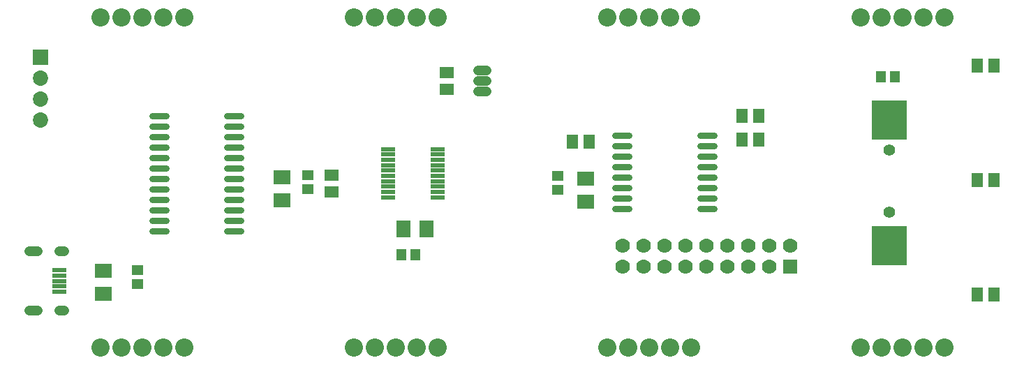
<source format=gts>
G04 Layer: TopSolderMaskLayer*
G04 EasyEDA v5.9.42, Fri, 19 Apr 2019 15:14:02 GMT*
G04 1b50a63325eb494884fe414bfed8a826*
G04 Gerber Generator version 0.2*
G04 Scale: 100 percent, Rotated: No, Reflected: No *
G04 Dimensions in inches *
G04 leading zeros omitted , absolute positions ,2 integer and 4 decimal *
%FSLAX24Y24*%
%MOIN*%
G90*
G70D02*

%ADD37C,0.031622*%
%ADD38C,0.047370*%
%ADD39R,0.073000X0.073000*%
%ADD40C,0.073000*%
%ADD41R,0.070000X0.070000*%
%ADD42C,0.070000*%
%ADD43R,0.066800X0.023748*%
%ADD44R,0.165480X0.185165*%
%ADD45C,0.055244*%
%ADD46R,0.071000X0.078900*%
%ADD47R,0.051300X0.055200*%
%ADD48R,0.078900X0.071000*%
%ADD49R,0.055200X0.051300*%
%ADD50R,0.053670X0.065870*%
%ADD51R,0.065870X0.053670*%
%ADD52R,0.070992X0.023748*%
%ADD53C,0.086740*%

%LPD*%
G54D37*
G01X10056Y6330D02*
G01X10726Y6330D01*
G01X10056Y6830D02*
G01X10726Y6830D01*
G01X10056Y7330D02*
G01X10726Y7330D01*
G01X10056Y7830D02*
G01X10726Y7830D01*
G01X10056Y8330D02*
G01X10726Y8330D01*
G01X10056Y8830D02*
G01X10726Y8830D01*
G01X10056Y9330D02*
G01X10726Y9330D01*
G01X10056Y9830D02*
G01X10726Y9830D01*
G01X10056Y10330D02*
G01X10726Y10330D01*
G01X10056Y10830D02*
G01X10726Y10830D01*
G01X10056Y11330D02*
G01X10726Y11330D01*
G01X10056Y11830D02*
G01X10726Y11830D01*
G01X6474Y6330D02*
G01X7143Y6330D01*
G01X6474Y6830D02*
G01X7143Y6830D01*
G01X6474Y7330D02*
G01X7143Y7330D01*
G01X6474Y7830D02*
G01X7143Y7830D01*
G01X6474Y8330D02*
G01X7143Y8330D01*
G01X6474Y8830D02*
G01X7143Y8830D01*
G01X6474Y9330D02*
G01X7143Y9330D01*
G01X6474Y9830D02*
G01X7143Y9830D01*
G01X6474Y10330D02*
G01X7143Y10330D01*
G01X6474Y10830D02*
G01X7143Y10830D01*
G01X6474Y11330D02*
G01X7143Y11330D01*
G01X6474Y11830D02*
G01X7143Y11830D01*
G01X32663Y7394D02*
G01X33333Y7394D01*
G01X32663Y7894D02*
G01X33333Y7894D01*
G01X32663Y8394D02*
G01X33333Y8394D01*
G01X32663Y8894D02*
G01X33333Y8894D01*
G01X32663Y9394D02*
G01X33333Y9394D01*
G01X32663Y9894D02*
G01X33333Y9894D01*
G01X32663Y10394D02*
G01X33333Y10394D01*
G01X32663Y10894D02*
G01X33333Y10894D01*
G01X28573Y7394D02*
G01X29243Y7394D01*
G01X28573Y7894D02*
G01X29243Y7894D01*
G01X28573Y8394D02*
G01X29243Y8394D01*
G01X28573Y8894D02*
G01X29243Y8894D01*
G01X28573Y9394D02*
G01X29243Y9394D01*
G01X28573Y9894D02*
G01X29243Y9894D01*
G01X28573Y10394D02*
G01X29243Y10394D01*
G01X28573Y10894D02*
G01X29243Y10894D01*
G54D38*
G01X2297Y5367D02*
G01X2060Y5367D01*
G01X2297Y2532D02*
G01X2060Y2532D01*
G01X1017Y2532D02*
G01X624Y2532D01*
G01X1017Y5367D02*
G01X624Y5367D01*
G01X22446Y14000D02*
G01X22053Y14000D01*
G01X22446Y13500D02*
G01X22053Y13500D01*
G01X22446Y13000D02*
G01X22053Y13000D01*
G54D39*
G01X1150Y14650D03*
G54D40*
G01X1150Y13650D03*
G01X1150Y12650D03*
G01X1150Y11650D03*
G54D41*
G01X36950Y4650D03*
G54D42*
G01X28950Y5650D03*
G01X28950Y4650D03*
G01X29950Y5650D03*
G01X29950Y4650D03*
G01X30950Y5650D03*
G01X30950Y4650D03*
G01X31950Y5650D03*
G01X31950Y4650D03*
G01X32950Y5650D03*
G01X32950Y4650D03*
G01X33950Y5650D03*
G01X33950Y4650D03*
G01X34950Y5650D03*
G01X34950Y4650D03*
G01X35950Y5650D03*
G01X35950Y4650D03*
G01X36950Y5650D03*
G54D43*
G01X17768Y9228D03*
G01X17768Y8972D03*
G01X17768Y8715D03*
G01X17768Y8460D03*
G01X20130Y9995D03*
G01X17768Y9995D03*
G01X17768Y9739D03*
G01X17768Y9484D03*
G01X20131Y8204D03*
G01X20131Y8459D03*
G01X20131Y8715D03*
G01X20131Y8971D03*
G01X20131Y9228D03*
G01X20131Y9484D03*
G01X17768Y8204D03*
G01X20130Y9739D03*
G01X17768Y10251D03*
G01X17768Y7948D03*
G01X20131Y7948D03*
G01X20131Y10251D03*
G54D44*
G01X41699Y11650D03*
G01X41699Y5650D03*
G54D45*
G01X41700Y7240D03*
G01X41700Y10190D03*
G54D46*
G01X18500Y6449D03*
G01X19600Y6449D03*
G54D47*
G01X19054Y5200D03*
G01X18385Y5200D03*
G54D48*
G01X12699Y8900D03*
G01X12699Y7800D03*
G54D49*
G01X13921Y8345D03*
G01X13921Y9014D03*
G54D50*
G01X35450Y11850D03*
G01X34650Y11850D03*
G01X35450Y10700D03*
G01X34650Y10700D03*
G54D47*
G01X41300Y13700D03*
G01X41969Y13700D03*
G54D50*
G01X26550Y10600D03*
G01X27350Y10600D03*
G54D48*
G01X27187Y8850D03*
G01X27187Y7750D03*
G54D49*
G01X25850Y8296D03*
G01X25850Y8965D03*
G54D51*
G01X15050Y9003D03*
G01X15050Y8203D03*
G54D48*
G01X4150Y4450D03*
G01X4150Y3350D03*
G54D49*
G01X5800Y3799D03*
G01X5800Y4468D03*
G54D52*
G01X2061Y4461D03*
G01X2061Y4205D03*
G01X2061Y3950D03*
G01X2061Y3694D03*
G01X2061Y3438D03*
G54D50*
G01X46700Y14250D03*
G01X45900Y14250D03*
G01X46700Y8775D03*
G01X45900Y8775D03*
G01X46700Y3300D03*
G01X45900Y3300D03*
G54D51*
G01X20550Y13103D03*
G01X20550Y13903D03*
G54D53*
G01X4023Y786D03*
G01X5023Y786D03*
G01X6023Y786D03*
G01X7023Y786D03*
G01X8023Y786D03*
G01X8023Y16534D03*
G01X7023Y16534D03*
G01X6023Y16534D03*
G01X5023Y16534D03*
G01X4023Y16534D03*
G01X16123Y786D03*
G01X17123Y786D03*
G01X18123Y786D03*
G01X19123Y786D03*
G01X20123Y786D03*
G01X20123Y16534D03*
G01X19123Y16534D03*
G01X18123Y16534D03*
G01X17123Y16534D03*
G01X16123Y16534D03*
G01X28223Y786D03*
G01X29223Y786D03*
G01X30223Y786D03*
G01X31223Y786D03*
G01X32223Y786D03*
G01X32223Y16534D03*
G01X31223Y16534D03*
G01X30223Y16534D03*
G01X29223Y16534D03*
G01X28223Y16534D03*
G01X40323Y786D03*
G01X41323Y786D03*
G01X42323Y786D03*
G01X43323Y786D03*
G01X44323Y786D03*
G01X44323Y16534D03*
G01X43323Y16534D03*
G01X42323Y16534D03*
G01X41323Y16534D03*
G01X40323Y16534D03*
M00*
M02*

</source>
